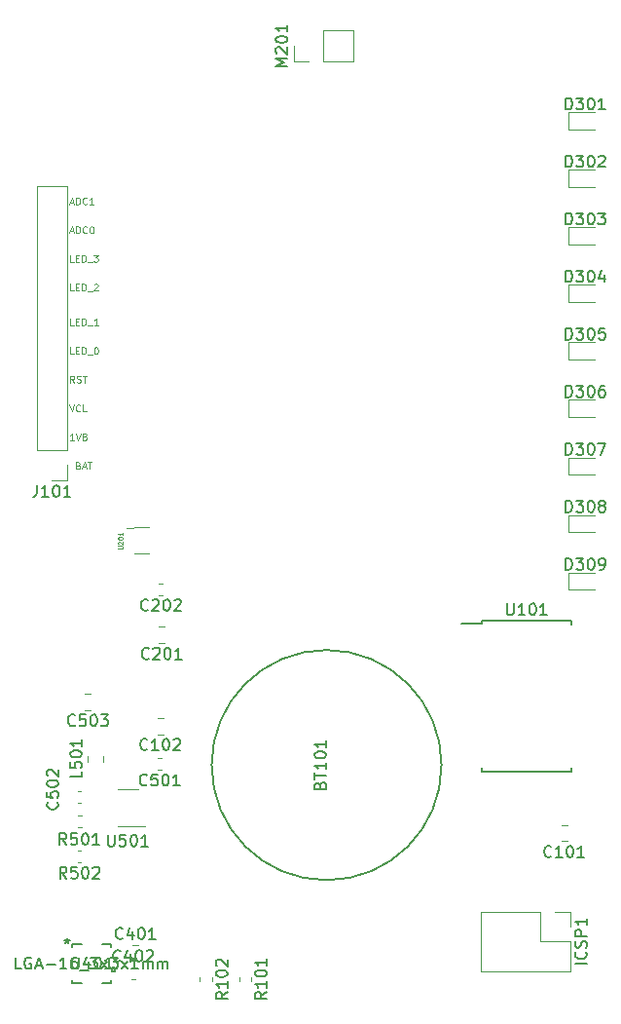
<source format=gbr>
G04 #@! TF.GenerationSoftware,KiCad,Pcbnew,(5.0.0-rc2-dev-668-g07e7340a9)*
G04 #@! TF.CreationDate,2018-10-23T00:23:44-04:00*
G04 #@! TF.ProjectId,BalancingBusinessCard,42616C616E63696E67427573696E6573,rev?*
G04 #@! TF.SameCoordinates,Original*
G04 #@! TF.FileFunction,Legend,Top*
G04 #@! TF.FilePolarity,Positive*
%FSLAX46Y46*%
G04 Gerber Fmt 4.6, Leading zero omitted, Abs format (unit mm)*
G04 Created by KiCad (PCBNEW (5.0.0-rc2-dev-668-g07e7340a9)) date 10/23/18 00:23:44*
%MOMM*%
%LPD*%
G01*
G04 APERTURE LIST*
%ADD10C,0.100000*%
%ADD11C,0.150000*%
%ADD12C,0.120000*%
%ADD13C,0.152400*%
%ADD14C,0.080000*%
G04 APERTURE END LIST*
D10*
X183179285Y-67100000D02*
X183465000Y-67100000D01*
X183122142Y-67271428D02*
X183322142Y-66671428D01*
X183522142Y-67271428D01*
X183722142Y-67271428D02*
X183722142Y-66671428D01*
X183865000Y-66671428D01*
X183950714Y-66700000D01*
X184007857Y-66757142D01*
X184036428Y-66814285D01*
X184065000Y-66928571D01*
X184065000Y-67014285D01*
X184036428Y-67128571D01*
X184007857Y-67185714D01*
X183950714Y-67242857D01*
X183865000Y-67271428D01*
X183722142Y-67271428D01*
X184665000Y-67214285D02*
X184636428Y-67242857D01*
X184550714Y-67271428D01*
X184493571Y-67271428D01*
X184407857Y-67242857D01*
X184350714Y-67185714D01*
X184322142Y-67128571D01*
X184293571Y-67014285D01*
X184293571Y-66928571D01*
X184322142Y-66814285D01*
X184350714Y-66757142D01*
X184407857Y-66700000D01*
X184493571Y-66671428D01*
X184550714Y-66671428D01*
X184636428Y-66700000D01*
X184665000Y-66728571D01*
X185236428Y-67271428D02*
X184893571Y-67271428D01*
X185065000Y-67271428D02*
X185065000Y-66671428D01*
X185007857Y-66757142D01*
X184950714Y-66814285D01*
X184893571Y-66842857D01*
X183179285Y-69600000D02*
X183465000Y-69600000D01*
X183122142Y-69771428D02*
X183322142Y-69171428D01*
X183522142Y-69771428D01*
X183722142Y-69771428D02*
X183722142Y-69171428D01*
X183865000Y-69171428D01*
X183950714Y-69200000D01*
X184007857Y-69257142D01*
X184036428Y-69314285D01*
X184065000Y-69428571D01*
X184065000Y-69514285D01*
X184036428Y-69628571D01*
X184007857Y-69685714D01*
X183950714Y-69742857D01*
X183865000Y-69771428D01*
X183722142Y-69771428D01*
X184665000Y-69714285D02*
X184636428Y-69742857D01*
X184550714Y-69771428D01*
X184493571Y-69771428D01*
X184407857Y-69742857D01*
X184350714Y-69685714D01*
X184322142Y-69628571D01*
X184293571Y-69514285D01*
X184293571Y-69428571D01*
X184322142Y-69314285D01*
X184350714Y-69257142D01*
X184407857Y-69200000D01*
X184493571Y-69171428D01*
X184550714Y-69171428D01*
X184636428Y-69200000D01*
X184665000Y-69228571D01*
X185036428Y-69171428D02*
X185093571Y-69171428D01*
X185150714Y-69200000D01*
X185179285Y-69228571D01*
X185207857Y-69285714D01*
X185236428Y-69400000D01*
X185236428Y-69542857D01*
X185207857Y-69657142D01*
X185179285Y-69714285D01*
X185150714Y-69742857D01*
X185093571Y-69771428D01*
X185036428Y-69771428D01*
X184979285Y-69742857D01*
X184950714Y-69714285D01*
X184922142Y-69657142D01*
X184893571Y-69542857D01*
X184893571Y-69400000D01*
X184922142Y-69285714D01*
X184950714Y-69228571D01*
X184979285Y-69200000D01*
X185036428Y-69171428D01*
X183493571Y-72271428D02*
X183207857Y-72271428D01*
X183207857Y-71671428D01*
X183693571Y-71957142D02*
X183893571Y-71957142D01*
X183979285Y-72271428D02*
X183693571Y-72271428D01*
X183693571Y-71671428D01*
X183979285Y-71671428D01*
X184236428Y-72271428D02*
X184236428Y-71671428D01*
X184379285Y-71671428D01*
X184465000Y-71700000D01*
X184522142Y-71757142D01*
X184550714Y-71814285D01*
X184579285Y-71928571D01*
X184579285Y-72014285D01*
X184550714Y-72128571D01*
X184522142Y-72185714D01*
X184465000Y-72242857D01*
X184379285Y-72271428D01*
X184236428Y-72271428D01*
X184693571Y-72328571D02*
X185150714Y-72328571D01*
X185236428Y-71671428D02*
X185607857Y-71671428D01*
X185407857Y-71900000D01*
X185493571Y-71900000D01*
X185550714Y-71928571D01*
X185579285Y-71957142D01*
X185607857Y-72014285D01*
X185607857Y-72157142D01*
X185579285Y-72214285D01*
X185550714Y-72242857D01*
X185493571Y-72271428D01*
X185322142Y-72271428D01*
X185265000Y-72242857D01*
X185236428Y-72214285D01*
X183493571Y-74771428D02*
X183207857Y-74771428D01*
X183207857Y-74171428D01*
X183693571Y-74457142D02*
X183893571Y-74457142D01*
X183979285Y-74771428D02*
X183693571Y-74771428D01*
X183693571Y-74171428D01*
X183979285Y-74171428D01*
X184236428Y-74771428D02*
X184236428Y-74171428D01*
X184379285Y-74171428D01*
X184465000Y-74200000D01*
X184522142Y-74257142D01*
X184550714Y-74314285D01*
X184579285Y-74428571D01*
X184579285Y-74514285D01*
X184550714Y-74628571D01*
X184522142Y-74685714D01*
X184465000Y-74742857D01*
X184379285Y-74771428D01*
X184236428Y-74771428D01*
X184693571Y-74828571D02*
X185150714Y-74828571D01*
X185265000Y-74228571D02*
X185293571Y-74200000D01*
X185350714Y-74171428D01*
X185493571Y-74171428D01*
X185550714Y-74200000D01*
X185579285Y-74228571D01*
X185607857Y-74285714D01*
X185607857Y-74342857D01*
X185579285Y-74428571D01*
X185236428Y-74771428D01*
X185607857Y-74771428D01*
X183493571Y-77771428D02*
X183207857Y-77771428D01*
X183207857Y-77171428D01*
X183693571Y-77457142D02*
X183893571Y-77457142D01*
X183979285Y-77771428D02*
X183693571Y-77771428D01*
X183693571Y-77171428D01*
X183979285Y-77171428D01*
X184236428Y-77771428D02*
X184236428Y-77171428D01*
X184379285Y-77171428D01*
X184465000Y-77200000D01*
X184522142Y-77257142D01*
X184550714Y-77314285D01*
X184579285Y-77428571D01*
X184579285Y-77514285D01*
X184550714Y-77628571D01*
X184522142Y-77685714D01*
X184465000Y-77742857D01*
X184379285Y-77771428D01*
X184236428Y-77771428D01*
X184693571Y-77828571D02*
X185150714Y-77828571D01*
X185607857Y-77771428D02*
X185265000Y-77771428D01*
X185436428Y-77771428D02*
X185436428Y-77171428D01*
X185379285Y-77257142D01*
X185322142Y-77314285D01*
X185265000Y-77342857D01*
X183493571Y-80271428D02*
X183207857Y-80271428D01*
X183207857Y-79671428D01*
X183693571Y-79957142D02*
X183893571Y-79957142D01*
X183979285Y-80271428D02*
X183693571Y-80271428D01*
X183693571Y-79671428D01*
X183979285Y-79671428D01*
X184236428Y-80271428D02*
X184236428Y-79671428D01*
X184379285Y-79671428D01*
X184465000Y-79700000D01*
X184522142Y-79757142D01*
X184550714Y-79814285D01*
X184579285Y-79928571D01*
X184579285Y-80014285D01*
X184550714Y-80128571D01*
X184522142Y-80185714D01*
X184465000Y-80242857D01*
X184379285Y-80271428D01*
X184236428Y-80271428D01*
X184693571Y-80328571D02*
X185150714Y-80328571D01*
X185407857Y-79671428D02*
X185465000Y-79671428D01*
X185522142Y-79700000D01*
X185550714Y-79728571D01*
X185579285Y-79785714D01*
X185607857Y-79900000D01*
X185607857Y-80042857D01*
X185579285Y-80157142D01*
X185550714Y-80214285D01*
X185522142Y-80242857D01*
X185465000Y-80271428D01*
X185407857Y-80271428D01*
X185350714Y-80242857D01*
X185322142Y-80214285D01*
X185293571Y-80157142D01*
X185265000Y-80042857D01*
X185265000Y-79900000D01*
X185293571Y-79785714D01*
X185322142Y-79728571D01*
X185350714Y-79700000D01*
X185407857Y-79671428D01*
X183550714Y-82771428D02*
X183350714Y-82485714D01*
X183207857Y-82771428D02*
X183207857Y-82171428D01*
X183436428Y-82171428D01*
X183493571Y-82200000D01*
X183522142Y-82228571D01*
X183550714Y-82285714D01*
X183550714Y-82371428D01*
X183522142Y-82428571D01*
X183493571Y-82457142D01*
X183436428Y-82485714D01*
X183207857Y-82485714D01*
X183779285Y-82742857D02*
X183865000Y-82771428D01*
X184007857Y-82771428D01*
X184065000Y-82742857D01*
X184093571Y-82714285D01*
X184122142Y-82657142D01*
X184122142Y-82600000D01*
X184093571Y-82542857D01*
X184065000Y-82514285D01*
X184007857Y-82485714D01*
X183893571Y-82457142D01*
X183836428Y-82428571D01*
X183807857Y-82400000D01*
X183779285Y-82342857D01*
X183779285Y-82285714D01*
X183807857Y-82228571D01*
X183836428Y-82200000D01*
X183893571Y-82171428D01*
X184036428Y-82171428D01*
X184122142Y-82200000D01*
X184293571Y-82171428D02*
X184636428Y-82171428D01*
X184465000Y-82771428D02*
X184465000Y-82171428D01*
X183122142Y-84671428D02*
X183322142Y-85271428D01*
X183522142Y-84671428D01*
X184065000Y-85214285D02*
X184036428Y-85242857D01*
X183950714Y-85271428D01*
X183893571Y-85271428D01*
X183807857Y-85242857D01*
X183750714Y-85185714D01*
X183722142Y-85128571D01*
X183693571Y-85014285D01*
X183693571Y-84928571D01*
X183722142Y-84814285D01*
X183750714Y-84757142D01*
X183807857Y-84700000D01*
X183893571Y-84671428D01*
X183950714Y-84671428D01*
X184036428Y-84700000D01*
X184065000Y-84728571D01*
X184607857Y-85271428D02*
X184322142Y-85271428D01*
X184322142Y-84671428D01*
X183522142Y-87771428D02*
X183179285Y-87771428D01*
X183350714Y-87771428D02*
X183350714Y-87171428D01*
X183293571Y-87257142D01*
X183236428Y-87314285D01*
X183179285Y-87342857D01*
X183693571Y-87171428D02*
X183893571Y-87771428D01*
X184093571Y-87171428D01*
X184379285Y-87428571D02*
X184322142Y-87400000D01*
X184293571Y-87371428D01*
X184265000Y-87314285D01*
X184265000Y-87285714D01*
X184293571Y-87228571D01*
X184322142Y-87200000D01*
X184379285Y-87171428D01*
X184493571Y-87171428D01*
X184550714Y-87200000D01*
X184579285Y-87228571D01*
X184607857Y-87285714D01*
X184607857Y-87314285D01*
X184579285Y-87371428D01*
X184550714Y-87400000D01*
X184493571Y-87428571D01*
X184379285Y-87428571D01*
X184322142Y-87457142D01*
X184293571Y-87485714D01*
X184265000Y-87542857D01*
X184265000Y-87657142D01*
X184293571Y-87714285D01*
X184322142Y-87742857D01*
X184379285Y-87771428D01*
X184493571Y-87771428D01*
X184550714Y-87742857D01*
X184579285Y-87714285D01*
X184607857Y-87657142D01*
X184607857Y-87542857D01*
X184579285Y-87485714D01*
X184550714Y-87457142D01*
X184493571Y-87428571D01*
X183907857Y-89957142D02*
X183993571Y-89985714D01*
X184022142Y-90014285D01*
X184050714Y-90071428D01*
X184050714Y-90157142D01*
X184022142Y-90214285D01*
X183993571Y-90242857D01*
X183936428Y-90271428D01*
X183707857Y-90271428D01*
X183707857Y-89671428D01*
X183907857Y-89671428D01*
X183965000Y-89700000D01*
X183993571Y-89728571D01*
X184022142Y-89785714D01*
X184022142Y-89842857D01*
X183993571Y-89900000D01*
X183965000Y-89928571D01*
X183907857Y-89957142D01*
X183707857Y-89957142D01*
X184279285Y-90100000D02*
X184565000Y-90100000D01*
X184222142Y-90271428D02*
X184422142Y-89671428D01*
X184622142Y-90271428D01*
X184736428Y-89671428D02*
X185079285Y-89671428D01*
X184907857Y-90271428D02*
X184907857Y-89671428D01*
D11*
X215500000Y-116000000D02*
G75*
G03X215500000Y-116000000I-10000000J0D01*
G01*
D12*
X226421078Y-121190000D02*
X225903922Y-121190000D01*
X226421078Y-122610000D02*
X225903922Y-122610000D01*
X191296078Y-111890000D02*
X190778922Y-111890000D01*
X191296078Y-113310000D02*
X190778922Y-113310000D01*
X191421078Y-103990000D02*
X190903922Y-103990000D01*
X191421078Y-105410000D02*
X190903922Y-105410000D01*
X191250279Y-100190000D02*
X190924721Y-100190000D01*
X191250279Y-101210000D02*
X190924721Y-101210000D01*
X188626423Y-133035001D02*
X189143579Y-133035001D01*
X188626423Y-131615001D02*
X189143579Y-131615001D01*
X188522222Y-134565001D02*
X188847780Y-134565001D01*
X188522222Y-133545001D02*
X188847780Y-133545001D01*
X191150279Y-115390000D02*
X190824721Y-115390000D01*
X191150279Y-116410000D02*
X190824721Y-116410000D01*
X183849721Y-121410000D02*
X184175279Y-121410000D01*
X183849721Y-120390000D02*
X184175279Y-120390000D01*
X184996078Y-109790000D02*
X184478922Y-109790000D01*
X184996078Y-111210000D02*
X184478922Y-111210000D01*
X226515000Y-60735000D02*
X228800000Y-60735000D01*
X226515000Y-59265000D02*
X226515000Y-60735000D01*
X228800000Y-59265000D02*
X226515000Y-59265000D01*
X226515000Y-65735000D02*
X228800000Y-65735000D01*
X226515000Y-64265000D02*
X226515000Y-65735000D01*
X228800000Y-64265000D02*
X226515000Y-64265000D01*
X226515000Y-70735000D02*
X228800000Y-70735000D01*
X226515000Y-69265000D02*
X226515000Y-70735000D01*
X228800000Y-69265000D02*
X226515000Y-69265000D01*
X226515000Y-75735000D02*
X228800000Y-75735000D01*
X226515000Y-74265000D02*
X226515000Y-75735000D01*
X228800000Y-74265000D02*
X226515000Y-74265000D01*
X226515000Y-80735000D02*
X228800000Y-80735000D01*
X226515000Y-79265000D02*
X226515000Y-80735000D01*
X228800000Y-79265000D02*
X226515000Y-79265000D01*
X226515000Y-85735000D02*
X228800000Y-85735000D01*
X226515000Y-84265000D02*
X226515000Y-85735000D01*
X228800000Y-84265000D02*
X226515000Y-84265000D01*
X226515000Y-90735000D02*
X228800000Y-90735000D01*
X226515000Y-89265000D02*
X226515000Y-90735000D01*
X228800000Y-89265000D02*
X226515000Y-89265000D01*
X226515000Y-95735000D02*
X228800000Y-95735000D01*
X226515000Y-94265000D02*
X226515000Y-95735000D01*
X228800000Y-94265000D02*
X226515000Y-94265000D01*
X226515000Y-100735000D02*
X228800000Y-100735000D01*
X226515000Y-99265000D02*
X226515000Y-100735000D01*
X228800000Y-99265000D02*
X226515000Y-99265000D01*
X226670000Y-128730000D02*
X226670000Y-130060000D01*
X225340000Y-128730000D02*
X226670000Y-128730000D01*
X226670000Y-131330000D02*
X226670000Y-133930000D01*
X224070000Y-131330000D02*
X226670000Y-131330000D01*
X224070000Y-128730000D02*
X224070000Y-131330000D01*
X226670000Y-133930000D02*
X218930000Y-133930000D01*
X224070000Y-128730000D02*
X218930000Y-128730000D01*
X218930000Y-128730000D02*
X218930000Y-133930000D01*
X182930000Y-65710000D02*
X180270000Y-65710000D01*
X182930000Y-88630000D02*
X182930000Y-65710000D01*
X180270000Y-88630000D02*
X180270000Y-65710000D01*
X182930000Y-88630000D02*
X180270000Y-88630000D01*
X182930000Y-89900000D02*
X182930000Y-91230000D01*
X182930000Y-91230000D02*
X181600000Y-91230000D01*
X186110000Y-115696078D02*
X186110000Y-115178922D01*
X184690000Y-115696078D02*
X184690000Y-115178922D01*
X202630000Y-54830000D02*
X202630000Y-53500000D01*
X203960000Y-54830000D02*
X202630000Y-54830000D01*
X205230000Y-54830000D02*
X205230000Y-52170000D01*
X205230000Y-52170000D02*
X207830000Y-52170000D01*
X205230000Y-54830000D02*
X207830000Y-54830000D01*
X207830000Y-54830000D02*
X207830000Y-52170000D01*
X197890000Y-134437221D02*
X197890000Y-134762779D01*
X198910000Y-134437221D02*
X198910000Y-134762779D01*
X194490000Y-134449721D02*
X194490000Y-134775279D01*
X195510000Y-134449721D02*
X195510000Y-134775279D01*
X183824721Y-124410000D02*
X184150279Y-124410000D01*
X183824721Y-123390000D02*
X184150279Y-123390000D01*
X184150279Y-118290000D02*
X183824721Y-118290000D01*
X184150279Y-119310000D02*
X183824721Y-119310000D01*
D11*
X219025000Y-103675000D02*
X217225000Y-103675000D01*
X219025000Y-116575000D02*
X226775000Y-116575000D01*
X219025000Y-103425000D02*
X226775000Y-103425000D01*
X219025000Y-116575000D02*
X219025000Y-116240000D01*
X226775000Y-116575000D02*
X226775000Y-116240000D01*
X226775000Y-103425000D02*
X226775000Y-103760000D01*
X219025000Y-103425000D02*
X219025000Y-103675000D01*
D10*
X190010000Y-97643000D02*
X188740000Y-97643000D01*
X188676500Y-95420500D02*
X188105000Y-95420500D01*
X188740000Y-95357000D02*
X188676500Y-95420500D01*
X190010000Y-95357000D02*
X188740000Y-95357000D01*
D13*
X186853001Y-133564500D02*
X187107001Y-133564500D01*
X186853001Y-133945500D02*
X186853001Y-133564500D01*
X187107001Y-133945500D02*
X186853001Y-133945500D01*
X187107001Y-133564500D02*
X187107001Y-133945500D01*
X184166749Y-131553201D02*
X183373201Y-131553201D01*
X186776801Y-131846748D02*
X186776801Y-131553201D01*
X185983253Y-134956801D02*
X186776801Y-134956801D01*
X183373201Y-134663254D02*
X183373201Y-134956801D01*
X183373201Y-131553201D02*
X183373201Y-131846748D01*
X186776801Y-131553201D02*
X185983253Y-131553201D01*
X186776801Y-134956801D02*
X186776801Y-134663254D01*
X183373201Y-134956801D02*
X184166749Y-134956801D01*
D12*
X187300000Y-121310000D02*
X189750000Y-121310000D01*
X189100000Y-118090000D02*
X187300000Y-118090000D01*
D11*
X204928571Y-117738095D02*
X204976190Y-117595238D01*
X205023809Y-117547619D01*
X205119047Y-117500000D01*
X205261904Y-117500000D01*
X205357142Y-117547619D01*
X205404761Y-117595238D01*
X205452380Y-117690476D01*
X205452380Y-118071428D01*
X204452380Y-118071428D01*
X204452380Y-117738095D01*
X204500000Y-117642857D01*
X204547619Y-117595238D01*
X204642857Y-117547619D01*
X204738095Y-117547619D01*
X204833333Y-117595238D01*
X204880952Y-117642857D01*
X204928571Y-117738095D01*
X204928571Y-118071428D01*
X204452380Y-117214285D02*
X204452380Y-116642857D01*
X205452380Y-116928571D02*
X204452380Y-116928571D01*
X205452380Y-115785714D02*
X205452380Y-116357142D01*
X205452380Y-116071428D02*
X204452380Y-116071428D01*
X204595238Y-116166666D01*
X204690476Y-116261904D01*
X204738095Y-116357142D01*
X204452380Y-115166666D02*
X204452380Y-115071428D01*
X204500000Y-114976190D01*
X204547619Y-114928571D01*
X204642857Y-114880952D01*
X204833333Y-114833333D01*
X205071428Y-114833333D01*
X205261904Y-114880952D01*
X205357142Y-114928571D01*
X205404761Y-114976190D01*
X205452380Y-115071428D01*
X205452380Y-115166666D01*
X205404761Y-115261904D01*
X205357142Y-115309523D01*
X205261904Y-115357142D01*
X205071428Y-115404761D01*
X204833333Y-115404761D01*
X204642857Y-115357142D01*
X204547619Y-115309523D01*
X204500000Y-115261904D01*
X204452380Y-115166666D01*
X205452380Y-113880952D02*
X205452380Y-114452380D01*
X205452380Y-114166666D02*
X204452380Y-114166666D01*
X204595238Y-114261904D01*
X204690476Y-114357142D01*
X204738095Y-114452380D01*
X225043452Y-123907142D02*
X224995833Y-123954761D01*
X224852976Y-124002380D01*
X224757738Y-124002380D01*
X224614880Y-123954761D01*
X224519642Y-123859523D01*
X224472023Y-123764285D01*
X224424404Y-123573809D01*
X224424404Y-123430952D01*
X224472023Y-123240476D01*
X224519642Y-123145238D01*
X224614880Y-123050000D01*
X224757738Y-123002380D01*
X224852976Y-123002380D01*
X224995833Y-123050000D01*
X225043452Y-123097619D01*
X225995833Y-124002380D02*
X225424404Y-124002380D01*
X225710119Y-124002380D02*
X225710119Y-123002380D01*
X225614880Y-123145238D01*
X225519642Y-123240476D01*
X225424404Y-123288095D01*
X226614880Y-123002380D02*
X226710119Y-123002380D01*
X226805357Y-123050000D01*
X226852976Y-123097619D01*
X226900595Y-123192857D01*
X226948214Y-123383333D01*
X226948214Y-123621428D01*
X226900595Y-123811904D01*
X226852976Y-123907142D01*
X226805357Y-123954761D01*
X226710119Y-124002380D01*
X226614880Y-124002380D01*
X226519642Y-123954761D01*
X226472023Y-123907142D01*
X226424404Y-123811904D01*
X226376785Y-123621428D01*
X226376785Y-123383333D01*
X226424404Y-123192857D01*
X226472023Y-123097619D01*
X226519642Y-123050000D01*
X226614880Y-123002380D01*
X227900595Y-124002380D02*
X227329166Y-124002380D01*
X227614880Y-124002380D02*
X227614880Y-123002380D01*
X227519642Y-123145238D01*
X227424404Y-123240476D01*
X227329166Y-123288095D01*
X189918452Y-114607142D02*
X189870833Y-114654761D01*
X189727976Y-114702380D01*
X189632738Y-114702380D01*
X189489880Y-114654761D01*
X189394642Y-114559523D01*
X189347023Y-114464285D01*
X189299404Y-114273809D01*
X189299404Y-114130952D01*
X189347023Y-113940476D01*
X189394642Y-113845238D01*
X189489880Y-113750000D01*
X189632738Y-113702380D01*
X189727976Y-113702380D01*
X189870833Y-113750000D01*
X189918452Y-113797619D01*
X190870833Y-114702380D02*
X190299404Y-114702380D01*
X190585119Y-114702380D02*
X190585119Y-113702380D01*
X190489880Y-113845238D01*
X190394642Y-113940476D01*
X190299404Y-113988095D01*
X191489880Y-113702380D02*
X191585119Y-113702380D01*
X191680357Y-113750000D01*
X191727976Y-113797619D01*
X191775595Y-113892857D01*
X191823214Y-114083333D01*
X191823214Y-114321428D01*
X191775595Y-114511904D01*
X191727976Y-114607142D01*
X191680357Y-114654761D01*
X191585119Y-114702380D01*
X191489880Y-114702380D01*
X191394642Y-114654761D01*
X191347023Y-114607142D01*
X191299404Y-114511904D01*
X191251785Y-114321428D01*
X191251785Y-114083333D01*
X191299404Y-113892857D01*
X191347023Y-113797619D01*
X191394642Y-113750000D01*
X191489880Y-113702380D01*
X192204166Y-113797619D02*
X192251785Y-113750000D01*
X192347023Y-113702380D01*
X192585119Y-113702380D01*
X192680357Y-113750000D01*
X192727976Y-113797619D01*
X192775595Y-113892857D01*
X192775595Y-113988095D01*
X192727976Y-114130952D01*
X192156547Y-114702380D01*
X192775595Y-114702380D01*
X190043452Y-106707142D02*
X189995833Y-106754761D01*
X189852976Y-106802380D01*
X189757738Y-106802380D01*
X189614880Y-106754761D01*
X189519642Y-106659523D01*
X189472023Y-106564285D01*
X189424404Y-106373809D01*
X189424404Y-106230952D01*
X189472023Y-106040476D01*
X189519642Y-105945238D01*
X189614880Y-105850000D01*
X189757738Y-105802380D01*
X189852976Y-105802380D01*
X189995833Y-105850000D01*
X190043452Y-105897619D01*
X190424404Y-105897619D02*
X190472023Y-105850000D01*
X190567261Y-105802380D01*
X190805357Y-105802380D01*
X190900595Y-105850000D01*
X190948214Y-105897619D01*
X190995833Y-105992857D01*
X190995833Y-106088095D01*
X190948214Y-106230952D01*
X190376785Y-106802380D01*
X190995833Y-106802380D01*
X191614880Y-105802380D02*
X191710119Y-105802380D01*
X191805357Y-105850000D01*
X191852976Y-105897619D01*
X191900595Y-105992857D01*
X191948214Y-106183333D01*
X191948214Y-106421428D01*
X191900595Y-106611904D01*
X191852976Y-106707142D01*
X191805357Y-106754761D01*
X191710119Y-106802380D01*
X191614880Y-106802380D01*
X191519642Y-106754761D01*
X191472023Y-106707142D01*
X191424404Y-106611904D01*
X191376785Y-106421428D01*
X191376785Y-106183333D01*
X191424404Y-105992857D01*
X191472023Y-105897619D01*
X191519642Y-105850000D01*
X191614880Y-105802380D01*
X192900595Y-106802380D02*
X192329166Y-106802380D01*
X192614880Y-106802380D02*
X192614880Y-105802380D01*
X192519642Y-105945238D01*
X192424404Y-106040476D01*
X192329166Y-106088095D01*
X189968452Y-102487142D02*
X189920833Y-102534761D01*
X189777976Y-102582380D01*
X189682738Y-102582380D01*
X189539880Y-102534761D01*
X189444642Y-102439523D01*
X189397023Y-102344285D01*
X189349404Y-102153809D01*
X189349404Y-102010952D01*
X189397023Y-101820476D01*
X189444642Y-101725238D01*
X189539880Y-101630000D01*
X189682738Y-101582380D01*
X189777976Y-101582380D01*
X189920833Y-101630000D01*
X189968452Y-101677619D01*
X190349404Y-101677619D02*
X190397023Y-101630000D01*
X190492261Y-101582380D01*
X190730357Y-101582380D01*
X190825595Y-101630000D01*
X190873214Y-101677619D01*
X190920833Y-101772857D01*
X190920833Y-101868095D01*
X190873214Y-102010952D01*
X190301785Y-102582380D01*
X190920833Y-102582380D01*
X191539880Y-101582380D02*
X191635119Y-101582380D01*
X191730357Y-101630000D01*
X191777976Y-101677619D01*
X191825595Y-101772857D01*
X191873214Y-101963333D01*
X191873214Y-102201428D01*
X191825595Y-102391904D01*
X191777976Y-102487142D01*
X191730357Y-102534761D01*
X191635119Y-102582380D01*
X191539880Y-102582380D01*
X191444642Y-102534761D01*
X191397023Y-102487142D01*
X191349404Y-102391904D01*
X191301785Y-102201428D01*
X191301785Y-101963333D01*
X191349404Y-101772857D01*
X191397023Y-101677619D01*
X191444642Y-101630000D01*
X191539880Y-101582380D01*
X192254166Y-101677619D02*
X192301785Y-101630000D01*
X192397023Y-101582380D01*
X192635119Y-101582380D01*
X192730357Y-101630000D01*
X192777976Y-101677619D01*
X192825595Y-101772857D01*
X192825595Y-101868095D01*
X192777976Y-102010952D01*
X192206547Y-102582380D01*
X192825595Y-102582380D01*
X187765953Y-131032143D02*
X187718334Y-131079762D01*
X187575477Y-131127381D01*
X187480239Y-131127381D01*
X187337381Y-131079762D01*
X187242143Y-130984524D01*
X187194524Y-130889286D01*
X187146905Y-130698810D01*
X187146905Y-130555953D01*
X187194524Y-130365477D01*
X187242143Y-130270239D01*
X187337381Y-130175001D01*
X187480239Y-130127381D01*
X187575477Y-130127381D01*
X187718334Y-130175001D01*
X187765953Y-130222620D01*
X188623096Y-130460715D02*
X188623096Y-131127381D01*
X188385001Y-130079762D02*
X188146905Y-130794048D01*
X188765953Y-130794048D01*
X189337381Y-130127381D02*
X189432620Y-130127381D01*
X189527858Y-130175001D01*
X189575477Y-130222620D01*
X189623096Y-130317858D01*
X189670715Y-130508334D01*
X189670715Y-130746429D01*
X189623096Y-130936905D01*
X189575477Y-131032143D01*
X189527858Y-131079762D01*
X189432620Y-131127381D01*
X189337381Y-131127381D01*
X189242143Y-131079762D01*
X189194524Y-131032143D01*
X189146905Y-130936905D01*
X189099286Y-130746429D01*
X189099286Y-130508334D01*
X189146905Y-130317858D01*
X189194524Y-130222620D01*
X189242143Y-130175001D01*
X189337381Y-130127381D01*
X190623096Y-131127381D02*
X190051667Y-131127381D01*
X190337381Y-131127381D02*
X190337381Y-130127381D01*
X190242143Y-130270239D01*
X190146905Y-130365477D01*
X190051667Y-130413096D01*
X187565953Y-132982143D02*
X187518334Y-133029762D01*
X187375477Y-133077381D01*
X187280239Y-133077381D01*
X187137381Y-133029762D01*
X187042143Y-132934524D01*
X186994524Y-132839286D01*
X186946905Y-132648810D01*
X186946905Y-132505953D01*
X186994524Y-132315477D01*
X187042143Y-132220239D01*
X187137381Y-132125001D01*
X187280239Y-132077381D01*
X187375477Y-132077381D01*
X187518334Y-132125001D01*
X187565953Y-132172620D01*
X188423096Y-132410715D02*
X188423096Y-133077381D01*
X188185001Y-132029762D02*
X187946905Y-132744048D01*
X188565953Y-132744048D01*
X189137381Y-132077381D02*
X189232620Y-132077381D01*
X189327858Y-132125001D01*
X189375477Y-132172620D01*
X189423096Y-132267858D01*
X189470715Y-132458334D01*
X189470715Y-132696429D01*
X189423096Y-132886905D01*
X189375477Y-132982143D01*
X189327858Y-133029762D01*
X189232620Y-133077381D01*
X189137381Y-133077381D01*
X189042143Y-133029762D01*
X188994524Y-132982143D01*
X188946905Y-132886905D01*
X188899286Y-132696429D01*
X188899286Y-132458334D01*
X188946905Y-132267858D01*
X188994524Y-132172620D01*
X189042143Y-132125001D01*
X189137381Y-132077381D01*
X189851667Y-132172620D02*
X189899286Y-132125001D01*
X189994524Y-132077381D01*
X190232620Y-132077381D01*
X190327858Y-132125001D01*
X190375477Y-132172620D01*
X190423096Y-132267858D01*
X190423096Y-132363096D01*
X190375477Y-132505953D01*
X189804048Y-133077381D01*
X190423096Y-133077381D01*
X189868452Y-117687142D02*
X189820833Y-117734761D01*
X189677976Y-117782380D01*
X189582738Y-117782380D01*
X189439880Y-117734761D01*
X189344642Y-117639523D01*
X189297023Y-117544285D01*
X189249404Y-117353809D01*
X189249404Y-117210952D01*
X189297023Y-117020476D01*
X189344642Y-116925238D01*
X189439880Y-116830000D01*
X189582738Y-116782380D01*
X189677976Y-116782380D01*
X189820833Y-116830000D01*
X189868452Y-116877619D01*
X190773214Y-116782380D02*
X190297023Y-116782380D01*
X190249404Y-117258571D01*
X190297023Y-117210952D01*
X190392261Y-117163333D01*
X190630357Y-117163333D01*
X190725595Y-117210952D01*
X190773214Y-117258571D01*
X190820833Y-117353809D01*
X190820833Y-117591904D01*
X190773214Y-117687142D01*
X190725595Y-117734761D01*
X190630357Y-117782380D01*
X190392261Y-117782380D01*
X190297023Y-117734761D01*
X190249404Y-117687142D01*
X191439880Y-116782380D02*
X191535119Y-116782380D01*
X191630357Y-116830000D01*
X191677976Y-116877619D01*
X191725595Y-116972857D01*
X191773214Y-117163333D01*
X191773214Y-117401428D01*
X191725595Y-117591904D01*
X191677976Y-117687142D01*
X191630357Y-117734761D01*
X191535119Y-117782380D01*
X191439880Y-117782380D01*
X191344642Y-117734761D01*
X191297023Y-117687142D01*
X191249404Y-117591904D01*
X191201785Y-117401428D01*
X191201785Y-117163333D01*
X191249404Y-116972857D01*
X191297023Y-116877619D01*
X191344642Y-116830000D01*
X191439880Y-116782380D01*
X192725595Y-117782380D02*
X192154166Y-117782380D01*
X192439880Y-117782380D02*
X192439880Y-116782380D01*
X192344642Y-116925238D01*
X192249404Y-117020476D01*
X192154166Y-117068095D01*
X182057142Y-119219047D02*
X182104761Y-119266666D01*
X182152380Y-119409523D01*
X182152380Y-119504761D01*
X182104761Y-119647619D01*
X182009523Y-119742857D01*
X181914285Y-119790476D01*
X181723809Y-119838095D01*
X181580952Y-119838095D01*
X181390476Y-119790476D01*
X181295238Y-119742857D01*
X181200000Y-119647619D01*
X181152380Y-119504761D01*
X181152380Y-119409523D01*
X181200000Y-119266666D01*
X181247619Y-119219047D01*
X181152380Y-118314285D02*
X181152380Y-118790476D01*
X181628571Y-118838095D01*
X181580952Y-118790476D01*
X181533333Y-118695238D01*
X181533333Y-118457142D01*
X181580952Y-118361904D01*
X181628571Y-118314285D01*
X181723809Y-118266666D01*
X181961904Y-118266666D01*
X182057142Y-118314285D01*
X182104761Y-118361904D01*
X182152380Y-118457142D01*
X182152380Y-118695238D01*
X182104761Y-118790476D01*
X182057142Y-118838095D01*
X181152380Y-117647619D02*
X181152380Y-117552380D01*
X181200000Y-117457142D01*
X181247619Y-117409523D01*
X181342857Y-117361904D01*
X181533333Y-117314285D01*
X181771428Y-117314285D01*
X181961904Y-117361904D01*
X182057142Y-117409523D01*
X182104761Y-117457142D01*
X182152380Y-117552380D01*
X182152380Y-117647619D01*
X182104761Y-117742857D01*
X182057142Y-117790476D01*
X181961904Y-117838095D01*
X181771428Y-117885714D01*
X181533333Y-117885714D01*
X181342857Y-117838095D01*
X181247619Y-117790476D01*
X181200000Y-117742857D01*
X181152380Y-117647619D01*
X181247619Y-116933333D02*
X181200000Y-116885714D01*
X181152380Y-116790476D01*
X181152380Y-116552380D01*
X181200000Y-116457142D01*
X181247619Y-116409523D01*
X181342857Y-116361904D01*
X181438095Y-116361904D01*
X181580952Y-116409523D01*
X182152380Y-116980952D01*
X182152380Y-116361904D01*
X183618452Y-112507142D02*
X183570833Y-112554761D01*
X183427976Y-112602380D01*
X183332738Y-112602380D01*
X183189880Y-112554761D01*
X183094642Y-112459523D01*
X183047023Y-112364285D01*
X182999404Y-112173809D01*
X182999404Y-112030952D01*
X183047023Y-111840476D01*
X183094642Y-111745238D01*
X183189880Y-111650000D01*
X183332738Y-111602380D01*
X183427976Y-111602380D01*
X183570833Y-111650000D01*
X183618452Y-111697619D01*
X184523214Y-111602380D02*
X184047023Y-111602380D01*
X183999404Y-112078571D01*
X184047023Y-112030952D01*
X184142261Y-111983333D01*
X184380357Y-111983333D01*
X184475595Y-112030952D01*
X184523214Y-112078571D01*
X184570833Y-112173809D01*
X184570833Y-112411904D01*
X184523214Y-112507142D01*
X184475595Y-112554761D01*
X184380357Y-112602380D01*
X184142261Y-112602380D01*
X184047023Y-112554761D01*
X183999404Y-112507142D01*
X185189880Y-111602380D02*
X185285119Y-111602380D01*
X185380357Y-111650000D01*
X185427976Y-111697619D01*
X185475595Y-111792857D01*
X185523214Y-111983333D01*
X185523214Y-112221428D01*
X185475595Y-112411904D01*
X185427976Y-112507142D01*
X185380357Y-112554761D01*
X185285119Y-112602380D01*
X185189880Y-112602380D01*
X185094642Y-112554761D01*
X185047023Y-112507142D01*
X184999404Y-112411904D01*
X184951785Y-112221428D01*
X184951785Y-111983333D01*
X184999404Y-111792857D01*
X185047023Y-111697619D01*
X185094642Y-111650000D01*
X185189880Y-111602380D01*
X185856547Y-111602380D02*
X186475595Y-111602380D01*
X186142261Y-111983333D01*
X186285119Y-111983333D01*
X186380357Y-112030952D01*
X186427976Y-112078571D01*
X186475595Y-112173809D01*
X186475595Y-112411904D01*
X186427976Y-112507142D01*
X186380357Y-112554761D01*
X186285119Y-112602380D01*
X185999404Y-112602380D01*
X185904166Y-112554761D01*
X185856547Y-112507142D01*
X226309523Y-59022380D02*
X226309523Y-58022380D01*
X226547619Y-58022380D01*
X226690476Y-58070000D01*
X226785714Y-58165238D01*
X226833333Y-58260476D01*
X226880952Y-58450952D01*
X226880952Y-58593809D01*
X226833333Y-58784285D01*
X226785714Y-58879523D01*
X226690476Y-58974761D01*
X226547619Y-59022380D01*
X226309523Y-59022380D01*
X227214285Y-58022380D02*
X227833333Y-58022380D01*
X227500000Y-58403333D01*
X227642857Y-58403333D01*
X227738095Y-58450952D01*
X227785714Y-58498571D01*
X227833333Y-58593809D01*
X227833333Y-58831904D01*
X227785714Y-58927142D01*
X227738095Y-58974761D01*
X227642857Y-59022380D01*
X227357142Y-59022380D01*
X227261904Y-58974761D01*
X227214285Y-58927142D01*
X228452380Y-58022380D02*
X228547619Y-58022380D01*
X228642857Y-58070000D01*
X228690476Y-58117619D01*
X228738095Y-58212857D01*
X228785714Y-58403333D01*
X228785714Y-58641428D01*
X228738095Y-58831904D01*
X228690476Y-58927142D01*
X228642857Y-58974761D01*
X228547619Y-59022380D01*
X228452380Y-59022380D01*
X228357142Y-58974761D01*
X228309523Y-58927142D01*
X228261904Y-58831904D01*
X228214285Y-58641428D01*
X228214285Y-58403333D01*
X228261904Y-58212857D01*
X228309523Y-58117619D01*
X228357142Y-58070000D01*
X228452380Y-58022380D01*
X229738095Y-59022380D02*
X229166666Y-59022380D01*
X229452380Y-59022380D02*
X229452380Y-58022380D01*
X229357142Y-58165238D01*
X229261904Y-58260476D01*
X229166666Y-58308095D01*
X226309523Y-64022380D02*
X226309523Y-63022380D01*
X226547619Y-63022380D01*
X226690476Y-63070000D01*
X226785714Y-63165238D01*
X226833333Y-63260476D01*
X226880952Y-63450952D01*
X226880952Y-63593809D01*
X226833333Y-63784285D01*
X226785714Y-63879523D01*
X226690476Y-63974761D01*
X226547619Y-64022380D01*
X226309523Y-64022380D01*
X227214285Y-63022380D02*
X227833333Y-63022380D01*
X227500000Y-63403333D01*
X227642857Y-63403333D01*
X227738095Y-63450952D01*
X227785714Y-63498571D01*
X227833333Y-63593809D01*
X227833333Y-63831904D01*
X227785714Y-63927142D01*
X227738095Y-63974761D01*
X227642857Y-64022380D01*
X227357142Y-64022380D01*
X227261904Y-63974761D01*
X227214285Y-63927142D01*
X228452380Y-63022380D02*
X228547619Y-63022380D01*
X228642857Y-63070000D01*
X228690476Y-63117619D01*
X228738095Y-63212857D01*
X228785714Y-63403333D01*
X228785714Y-63641428D01*
X228738095Y-63831904D01*
X228690476Y-63927142D01*
X228642857Y-63974761D01*
X228547619Y-64022380D01*
X228452380Y-64022380D01*
X228357142Y-63974761D01*
X228309523Y-63927142D01*
X228261904Y-63831904D01*
X228214285Y-63641428D01*
X228214285Y-63403333D01*
X228261904Y-63212857D01*
X228309523Y-63117619D01*
X228357142Y-63070000D01*
X228452380Y-63022380D01*
X229166666Y-63117619D02*
X229214285Y-63070000D01*
X229309523Y-63022380D01*
X229547619Y-63022380D01*
X229642857Y-63070000D01*
X229690476Y-63117619D01*
X229738095Y-63212857D01*
X229738095Y-63308095D01*
X229690476Y-63450952D01*
X229119047Y-64022380D01*
X229738095Y-64022380D01*
X226309523Y-69022380D02*
X226309523Y-68022380D01*
X226547619Y-68022380D01*
X226690476Y-68070000D01*
X226785714Y-68165238D01*
X226833333Y-68260476D01*
X226880952Y-68450952D01*
X226880952Y-68593809D01*
X226833333Y-68784285D01*
X226785714Y-68879523D01*
X226690476Y-68974761D01*
X226547619Y-69022380D01*
X226309523Y-69022380D01*
X227214285Y-68022380D02*
X227833333Y-68022380D01*
X227500000Y-68403333D01*
X227642857Y-68403333D01*
X227738095Y-68450952D01*
X227785714Y-68498571D01*
X227833333Y-68593809D01*
X227833333Y-68831904D01*
X227785714Y-68927142D01*
X227738095Y-68974761D01*
X227642857Y-69022380D01*
X227357142Y-69022380D01*
X227261904Y-68974761D01*
X227214285Y-68927142D01*
X228452380Y-68022380D02*
X228547619Y-68022380D01*
X228642857Y-68070000D01*
X228690476Y-68117619D01*
X228738095Y-68212857D01*
X228785714Y-68403333D01*
X228785714Y-68641428D01*
X228738095Y-68831904D01*
X228690476Y-68927142D01*
X228642857Y-68974761D01*
X228547619Y-69022380D01*
X228452380Y-69022380D01*
X228357142Y-68974761D01*
X228309523Y-68927142D01*
X228261904Y-68831904D01*
X228214285Y-68641428D01*
X228214285Y-68403333D01*
X228261904Y-68212857D01*
X228309523Y-68117619D01*
X228357142Y-68070000D01*
X228452380Y-68022380D01*
X229119047Y-68022380D02*
X229738095Y-68022380D01*
X229404761Y-68403333D01*
X229547619Y-68403333D01*
X229642857Y-68450952D01*
X229690476Y-68498571D01*
X229738095Y-68593809D01*
X229738095Y-68831904D01*
X229690476Y-68927142D01*
X229642857Y-68974761D01*
X229547619Y-69022380D01*
X229261904Y-69022380D01*
X229166666Y-68974761D01*
X229119047Y-68927142D01*
X226309523Y-74022380D02*
X226309523Y-73022380D01*
X226547619Y-73022380D01*
X226690476Y-73070000D01*
X226785714Y-73165238D01*
X226833333Y-73260476D01*
X226880952Y-73450952D01*
X226880952Y-73593809D01*
X226833333Y-73784285D01*
X226785714Y-73879523D01*
X226690476Y-73974761D01*
X226547619Y-74022380D01*
X226309523Y-74022380D01*
X227214285Y-73022380D02*
X227833333Y-73022380D01*
X227500000Y-73403333D01*
X227642857Y-73403333D01*
X227738095Y-73450952D01*
X227785714Y-73498571D01*
X227833333Y-73593809D01*
X227833333Y-73831904D01*
X227785714Y-73927142D01*
X227738095Y-73974761D01*
X227642857Y-74022380D01*
X227357142Y-74022380D01*
X227261904Y-73974761D01*
X227214285Y-73927142D01*
X228452380Y-73022380D02*
X228547619Y-73022380D01*
X228642857Y-73070000D01*
X228690476Y-73117619D01*
X228738095Y-73212857D01*
X228785714Y-73403333D01*
X228785714Y-73641428D01*
X228738095Y-73831904D01*
X228690476Y-73927142D01*
X228642857Y-73974761D01*
X228547619Y-74022380D01*
X228452380Y-74022380D01*
X228357142Y-73974761D01*
X228309523Y-73927142D01*
X228261904Y-73831904D01*
X228214285Y-73641428D01*
X228214285Y-73403333D01*
X228261904Y-73212857D01*
X228309523Y-73117619D01*
X228357142Y-73070000D01*
X228452380Y-73022380D01*
X229642857Y-73355714D02*
X229642857Y-74022380D01*
X229404761Y-72974761D02*
X229166666Y-73689047D01*
X229785714Y-73689047D01*
X226309523Y-79022380D02*
X226309523Y-78022380D01*
X226547619Y-78022380D01*
X226690476Y-78070000D01*
X226785714Y-78165238D01*
X226833333Y-78260476D01*
X226880952Y-78450952D01*
X226880952Y-78593809D01*
X226833333Y-78784285D01*
X226785714Y-78879523D01*
X226690476Y-78974761D01*
X226547619Y-79022380D01*
X226309523Y-79022380D01*
X227214285Y-78022380D02*
X227833333Y-78022380D01*
X227500000Y-78403333D01*
X227642857Y-78403333D01*
X227738095Y-78450952D01*
X227785714Y-78498571D01*
X227833333Y-78593809D01*
X227833333Y-78831904D01*
X227785714Y-78927142D01*
X227738095Y-78974761D01*
X227642857Y-79022380D01*
X227357142Y-79022380D01*
X227261904Y-78974761D01*
X227214285Y-78927142D01*
X228452380Y-78022380D02*
X228547619Y-78022380D01*
X228642857Y-78070000D01*
X228690476Y-78117619D01*
X228738095Y-78212857D01*
X228785714Y-78403333D01*
X228785714Y-78641428D01*
X228738095Y-78831904D01*
X228690476Y-78927142D01*
X228642857Y-78974761D01*
X228547619Y-79022380D01*
X228452380Y-79022380D01*
X228357142Y-78974761D01*
X228309523Y-78927142D01*
X228261904Y-78831904D01*
X228214285Y-78641428D01*
X228214285Y-78403333D01*
X228261904Y-78212857D01*
X228309523Y-78117619D01*
X228357142Y-78070000D01*
X228452380Y-78022380D01*
X229690476Y-78022380D02*
X229214285Y-78022380D01*
X229166666Y-78498571D01*
X229214285Y-78450952D01*
X229309523Y-78403333D01*
X229547619Y-78403333D01*
X229642857Y-78450952D01*
X229690476Y-78498571D01*
X229738095Y-78593809D01*
X229738095Y-78831904D01*
X229690476Y-78927142D01*
X229642857Y-78974761D01*
X229547619Y-79022380D01*
X229309523Y-79022380D01*
X229214285Y-78974761D01*
X229166666Y-78927142D01*
X226309523Y-84022380D02*
X226309523Y-83022380D01*
X226547619Y-83022380D01*
X226690476Y-83070000D01*
X226785714Y-83165238D01*
X226833333Y-83260476D01*
X226880952Y-83450952D01*
X226880952Y-83593809D01*
X226833333Y-83784285D01*
X226785714Y-83879523D01*
X226690476Y-83974761D01*
X226547619Y-84022380D01*
X226309523Y-84022380D01*
X227214285Y-83022380D02*
X227833333Y-83022380D01*
X227500000Y-83403333D01*
X227642857Y-83403333D01*
X227738095Y-83450952D01*
X227785714Y-83498571D01*
X227833333Y-83593809D01*
X227833333Y-83831904D01*
X227785714Y-83927142D01*
X227738095Y-83974761D01*
X227642857Y-84022380D01*
X227357142Y-84022380D01*
X227261904Y-83974761D01*
X227214285Y-83927142D01*
X228452380Y-83022380D02*
X228547619Y-83022380D01*
X228642857Y-83070000D01*
X228690476Y-83117619D01*
X228738095Y-83212857D01*
X228785714Y-83403333D01*
X228785714Y-83641428D01*
X228738095Y-83831904D01*
X228690476Y-83927142D01*
X228642857Y-83974761D01*
X228547619Y-84022380D01*
X228452380Y-84022380D01*
X228357142Y-83974761D01*
X228309523Y-83927142D01*
X228261904Y-83831904D01*
X228214285Y-83641428D01*
X228214285Y-83403333D01*
X228261904Y-83212857D01*
X228309523Y-83117619D01*
X228357142Y-83070000D01*
X228452380Y-83022380D01*
X229642857Y-83022380D02*
X229452380Y-83022380D01*
X229357142Y-83070000D01*
X229309523Y-83117619D01*
X229214285Y-83260476D01*
X229166666Y-83450952D01*
X229166666Y-83831904D01*
X229214285Y-83927142D01*
X229261904Y-83974761D01*
X229357142Y-84022380D01*
X229547619Y-84022380D01*
X229642857Y-83974761D01*
X229690476Y-83927142D01*
X229738095Y-83831904D01*
X229738095Y-83593809D01*
X229690476Y-83498571D01*
X229642857Y-83450952D01*
X229547619Y-83403333D01*
X229357142Y-83403333D01*
X229261904Y-83450952D01*
X229214285Y-83498571D01*
X229166666Y-83593809D01*
X226309523Y-89022380D02*
X226309523Y-88022380D01*
X226547619Y-88022380D01*
X226690476Y-88070000D01*
X226785714Y-88165238D01*
X226833333Y-88260476D01*
X226880952Y-88450952D01*
X226880952Y-88593809D01*
X226833333Y-88784285D01*
X226785714Y-88879523D01*
X226690476Y-88974761D01*
X226547619Y-89022380D01*
X226309523Y-89022380D01*
X227214285Y-88022380D02*
X227833333Y-88022380D01*
X227500000Y-88403333D01*
X227642857Y-88403333D01*
X227738095Y-88450952D01*
X227785714Y-88498571D01*
X227833333Y-88593809D01*
X227833333Y-88831904D01*
X227785714Y-88927142D01*
X227738095Y-88974761D01*
X227642857Y-89022380D01*
X227357142Y-89022380D01*
X227261904Y-88974761D01*
X227214285Y-88927142D01*
X228452380Y-88022380D02*
X228547619Y-88022380D01*
X228642857Y-88070000D01*
X228690476Y-88117619D01*
X228738095Y-88212857D01*
X228785714Y-88403333D01*
X228785714Y-88641428D01*
X228738095Y-88831904D01*
X228690476Y-88927142D01*
X228642857Y-88974761D01*
X228547619Y-89022380D01*
X228452380Y-89022380D01*
X228357142Y-88974761D01*
X228309523Y-88927142D01*
X228261904Y-88831904D01*
X228214285Y-88641428D01*
X228214285Y-88403333D01*
X228261904Y-88212857D01*
X228309523Y-88117619D01*
X228357142Y-88070000D01*
X228452380Y-88022380D01*
X229119047Y-88022380D02*
X229785714Y-88022380D01*
X229357142Y-89022380D01*
X226309523Y-94022380D02*
X226309523Y-93022380D01*
X226547619Y-93022380D01*
X226690476Y-93070000D01*
X226785714Y-93165238D01*
X226833333Y-93260476D01*
X226880952Y-93450952D01*
X226880952Y-93593809D01*
X226833333Y-93784285D01*
X226785714Y-93879523D01*
X226690476Y-93974761D01*
X226547619Y-94022380D01*
X226309523Y-94022380D01*
X227214285Y-93022380D02*
X227833333Y-93022380D01*
X227500000Y-93403333D01*
X227642857Y-93403333D01*
X227738095Y-93450952D01*
X227785714Y-93498571D01*
X227833333Y-93593809D01*
X227833333Y-93831904D01*
X227785714Y-93927142D01*
X227738095Y-93974761D01*
X227642857Y-94022380D01*
X227357142Y-94022380D01*
X227261904Y-93974761D01*
X227214285Y-93927142D01*
X228452380Y-93022380D02*
X228547619Y-93022380D01*
X228642857Y-93070000D01*
X228690476Y-93117619D01*
X228738095Y-93212857D01*
X228785714Y-93403333D01*
X228785714Y-93641428D01*
X228738095Y-93831904D01*
X228690476Y-93927142D01*
X228642857Y-93974761D01*
X228547619Y-94022380D01*
X228452380Y-94022380D01*
X228357142Y-93974761D01*
X228309523Y-93927142D01*
X228261904Y-93831904D01*
X228214285Y-93641428D01*
X228214285Y-93403333D01*
X228261904Y-93212857D01*
X228309523Y-93117619D01*
X228357142Y-93070000D01*
X228452380Y-93022380D01*
X229357142Y-93450952D02*
X229261904Y-93403333D01*
X229214285Y-93355714D01*
X229166666Y-93260476D01*
X229166666Y-93212857D01*
X229214285Y-93117619D01*
X229261904Y-93070000D01*
X229357142Y-93022380D01*
X229547619Y-93022380D01*
X229642857Y-93070000D01*
X229690476Y-93117619D01*
X229738095Y-93212857D01*
X229738095Y-93260476D01*
X229690476Y-93355714D01*
X229642857Y-93403333D01*
X229547619Y-93450952D01*
X229357142Y-93450952D01*
X229261904Y-93498571D01*
X229214285Y-93546190D01*
X229166666Y-93641428D01*
X229166666Y-93831904D01*
X229214285Y-93927142D01*
X229261904Y-93974761D01*
X229357142Y-94022380D01*
X229547619Y-94022380D01*
X229642857Y-93974761D01*
X229690476Y-93927142D01*
X229738095Y-93831904D01*
X229738095Y-93641428D01*
X229690476Y-93546190D01*
X229642857Y-93498571D01*
X229547619Y-93450952D01*
X226309523Y-99022380D02*
X226309523Y-98022380D01*
X226547619Y-98022380D01*
X226690476Y-98070000D01*
X226785714Y-98165238D01*
X226833333Y-98260476D01*
X226880952Y-98450952D01*
X226880952Y-98593809D01*
X226833333Y-98784285D01*
X226785714Y-98879523D01*
X226690476Y-98974761D01*
X226547619Y-99022380D01*
X226309523Y-99022380D01*
X227214285Y-98022380D02*
X227833333Y-98022380D01*
X227500000Y-98403333D01*
X227642857Y-98403333D01*
X227738095Y-98450952D01*
X227785714Y-98498571D01*
X227833333Y-98593809D01*
X227833333Y-98831904D01*
X227785714Y-98927142D01*
X227738095Y-98974761D01*
X227642857Y-99022380D01*
X227357142Y-99022380D01*
X227261904Y-98974761D01*
X227214285Y-98927142D01*
X228452380Y-98022380D02*
X228547619Y-98022380D01*
X228642857Y-98070000D01*
X228690476Y-98117619D01*
X228738095Y-98212857D01*
X228785714Y-98403333D01*
X228785714Y-98641428D01*
X228738095Y-98831904D01*
X228690476Y-98927142D01*
X228642857Y-98974761D01*
X228547619Y-99022380D01*
X228452380Y-99022380D01*
X228357142Y-98974761D01*
X228309523Y-98927142D01*
X228261904Y-98831904D01*
X228214285Y-98641428D01*
X228214285Y-98403333D01*
X228261904Y-98212857D01*
X228309523Y-98117619D01*
X228357142Y-98070000D01*
X228452380Y-98022380D01*
X229261904Y-99022380D02*
X229452380Y-99022380D01*
X229547619Y-98974761D01*
X229595238Y-98927142D01*
X229690476Y-98784285D01*
X229738095Y-98593809D01*
X229738095Y-98212857D01*
X229690476Y-98117619D01*
X229642857Y-98070000D01*
X229547619Y-98022380D01*
X229357142Y-98022380D01*
X229261904Y-98070000D01*
X229214285Y-98117619D01*
X229166666Y-98212857D01*
X229166666Y-98450952D01*
X229214285Y-98546190D01*
X229261904Y-98593809D01*
X229357142Y-98641428D01*
X229547619Y-98641428D01*
X229642857Y-98593809D01*
X229690476Y-98546190D01*
X229738095Y-98450952D01*
X228122380Y-133282380D02*
X227122380Y-133282380D01*
X228027142Y-132234761D02*
X228074761Y-132282380D01*
X228122380Y-132425238D01*
X228122380Y-132520476D01*
X228074761Y-132663333D01*
X227979523Y-132758571D01*
X227884285Y-132806190D01*
X227693809Y-132853809D01*
X227550952Y-132853809D01*
X227360476Y-132806190D01*
X227265238Y-132758571D01*
X227170000Y-132663333D01*
X227122380Y-132520476D01*
X227122380Y-132425238D01*
X227170000Y-132282380D01*
X227217619Y-132234761D01*
X228074761Y-131853809D02*
X228122380Y-131710952D01*
X228122380Y-131472857D01*
X228074761Y-131377619D01*
X228027142Y-131330000D01*
X227931904Y-131282380D01*
X227836666Y-131282380D01*
X227741428Y-131330000D01*
X227693809Y-131377619D01*
X227646190Y-131472857D01*
X227598571Y-131663333D01*
X227550952Y-131758571D01*
X227503333Y-131806190D01*
X227408095Y-131853809D01*
X227312857Y-131853809D01*
X227217619Y-131806190D01*
X227170000Y-131758571D01*
X227122380Y-131663333D01*
X227122380Y-131425238D01*
X227170000Y-131282380D01*
X228122380Y-130853809D02*
X227122380Y-130853809D01*
X227122380Y-130472857D01*
X227170000Y-130377619D01*
X227217619Y-130330000D01*
X227312857Y-130282380D01*
X227455714Y-130282380D01*
X227550952Y-130330000D01*
X227598571Y-130377619D01*
X227646190Y-130472857D01*
X227646190Y-130853809D01*
X228122380Y-129330000D02*
X228122380Y-129901428D01*
X228122380Y-129615714D02*
X227122380Y-129615714D01*
X227265238Y-129710952D01*
X227360476Y-129806190D01*
X227408095Y-129901428D01*
X180314285Y-91682380D02*
X180314285Y-92396666D01*
X180266666Y-92539523D01*
X180171428Y-92634761D01*
X180028571Y-92682380D01*
X179933333Y-92682380D01*
X181314285Y-92682380D02*
X180742857Y-92682380D01*
X181028571Y-92682380D02*
X181028571Y-91682380D01*
X180933333Y-91825238D01*
X180838095Y-91920476D01*
X180742857Y-91968095D01*
X181933333Y-91682380D02*
X182028571Y-91682380D01*
X182123809Y-91730000D01*
X182171428Y-91777619D01*
X182219047Y-91872857D01*
X182266666Y-92063333D01*
X182266666Y-92301428D01*
X182219047Y-92491904D01*
X182171428Y-92587142D01*
X182123809Y-92634761D01*
X182028571Y-92682380D01*
X181933333Y-92682380D01*
X181838095Y-92634761D01*
X181790476Y-92587142D01*
X181742857Y-92491904D01*
X181695238Y-92301428D01*
X181695238Y-92063333D01*
X181742857Y-91872857D01*
X181790476Y-91777619D01*
X181838095Y-91730000D01*
X181933333Y-91682380D01*
X183219047Y-92682380D02*
X182647619Y-92682380D01*
X182933333Y-92682380D02*
X182933333Y-91682380D01*
X182838095Y-91825238D01*
X182742857Y-91920476D01*
X182647619Y-91968095D01*
X184202380Y-116556547D02*
X184202380Y-117032738D01*
X183202380Y-117032738D01*
X183202380Y-115747023D02*
X183202380Y-116223214D01*
X183678571Y-116270833D01*
X183630952Y-116223214D01*
X183583333Y-116127976D01*
X183583333Y-115889880D01*
X183630952Y-115794642D01*
X183678571Y-115747023D01*
X183773809Y-115699404D01*
X184011904Y-115699404D01*
X184107142Y-115747023D01*
X184154761Y-115794642D01*
X184202380Y-115889880D01*
X184202380Y-116127976D01*
X184154761Y-116223214D01*
X184107142Y-116270833D01*
X183202380Y-115080357D02*
X183202380Y-114985119D01*
X183250000Y-114889880D01*
X183297619Y-114842261D01*
X183392857Y-114794642D01*
X183583333Y-114747023D01*
X183821428Y-114747023D01*
X184011904Y-114794642D01*
X184107142Y-114842261D01*
X184154761Y-114889880D01*
X184202380Y-114985119D01*
X184202380Y-115080357D01*
X184154761Y-115175595D01*
X184107142Y-115223214D01*
X184011904Y-115270833D01*
X183821428Y-115318452D01*
X183583333Y-115318452D01*
X183392857Y-115270833D01*
X183297619Y-115223214D01*
X183250000Y-115175595D01*
X183202380Y-115080357D01*
X184202380Y-113794642D02*
X184202380Y-114366071D01*
X184202380Y-114080357D02*
X183202380Y-114080357D01*
X183345238Y-114175595D01*
X183440476Y-114270833D01*
X183488095Y-114366071D01*
X202082380Y-55261904D02*
X201082380Y-55261904D01*
X201796666Y-54928571D01*
X201082380Y-54595238D01*
X202082380Y-54595238D01*
X201177619Y-54166666D02*
X201130000Y-54119047D01*
X201082380Y-54023809D01*
X201082380Y-53785714D01*
X201130000Y-53690476D01*
X201177619Y-53642857D01*
X201272857Y-53595238D01*
X201368095Y-53595238D01*
X201510952Y-53642857D01*
X202082380Y-54214285D01*
X202082380Y-53595238D01*
X201082380Y-52976190D02*
X201082380Y-52880952D01*
X201130000Y-52785714D01*
X201177619Y-52738095D01*
X201272857Y-52690476D01*
X201463333Y-52642857D01*
X201701428Y-52642857D01*
X201891904Y-52690476D01*
X201987142Y-52738095D01*
X202034761Y-52785714D01*
X202082380Y-52880952D01*
X202082380Y-52976190D01*
X202034761Y-53071428D01*
X201987142Y-53119047D01*
X201891904Y-53166666D01*
X201701428Y-53214285D01*
X201463333Y-53214285D01*
X201272857Y-53166666D01*
X201177619Y-53119047D01*
X201130000Y-53071428D01*
X201082380Y-52976190D01*
X202082380Y-51690476D02*
X202082380Y-52261904D01*
X202082380Y-51976190D02*
X201082380Y-51976190D01*
X201225238Y-52071428D01*
X201320476Y-52166666D01*
X201368095Y-52261904D01*
X200282380Y-135719047D02*
X199806190Y-136052380D01*
X200282380Y-136290476D02*
X199282380Y-136290476D01*
X199282380Y-135909523D01*
X199330000Y-135814285D01*
X199377619Y-135766666D01*
X199472857Y-135719047D01*
X199615714Y-135719047D01*
X199710952Y-135766666D01*
X199758571Y-135814285D01*
X199806190Y-135909523D01*
X199806190Y-136290476D01*
X200282380Y-134766666D02*
X200282380Y-135338095D01*
X200282380Y-135052380D02*
X199282380Y-135052380D01*
X199425238Y-135147619D01*
X199520476Y-135242857D01*
X199568095Y-135338095D01*
X199282380Y-134147619D02*
X199282380Y-134052380D01*
X199330000Y-133957142D01*
X199377619Y-133909523D01*
X199472857Y-133861904D01*
X199663333Y-133814285D01*
X199901428Y-133814285D01*
X200091904Y-133861904D01*
X200187142Y-133909523D01*
X200234761Y-133957142D01*
X200282380Y-134052380D01*
X200282380Y-134147619D01*
X200234761Y-134242857D01*
X200187142Y-134290476D01*
X200091904Y-134338095D01*
X199901428Y-134385714D01*
X199663333Y-134385714D01*
X199472857Y-134338095D01*
X199377619Y-134290476D01*
X199330000Y-134242857D01*
X199282380Y-134147619D01*
X200282380Y-132861904D02*
X200282380Y-133433333D01*
X200282380Y-133147619D02*
X199282380Y-133147619D01*
X199425238Y-133242857D01*
X199520476Y-133338095D01*
X199568095Y-133433333D01*
X196882380Y-135731547D02*
X196406190Y-136064880D01*
X196882380Y-136302976D02*
X195882380Y-136302976D01*
X195882380Y-135922023D01*
X195930000Y-135826785D01*
X195977619Y-135779166D01*
X196072857Y-135731547D01*
X196215714Y-135731547D01*
X196310952Y-135779166D01*
X196358571Y-135826785D01*
X196406190Y-135922023D01*
X196406190Y-136302976D01*
X196882380Y-134779166D02*
X196882380Y-135350595D01*
X196882380Y-135064880D02*
X195882380Y-135064880D01*
X196025238Y-135160119D01*
X196120476Y-135255357D01*
X196168095Y-135350595D01*
X195882380Y-134160119D02*
X195882380Y-134064880D01*
X195930000Y-133969642D01*
X195977619Y-133922023D01*
X196072857Y-133874404D01*
X196263333Y-133826785D01*
X196501428Y-133826785D01*
X196691904Y-133874404D01*
X196787142Y-133922023D01*
X196834761Y-133969642D01*
X196882380Y-134064880D01*
X196882380Y-134160119D01*
X196834761Y-134255357D01*
X196787142Y-134302976D01*
X196691904Y-134350595D01*
X196501428Y-134398214D01*
X196263333Y-134398214D01*
X196072857Y-134350595D01*
X195977619Y-134302976D01*
X195930000Y-134255357D01*
X195882380Y-134160119D01*
X195977619Y-133445833D02*
X195930000Y-133398214D01*
X195882380Y-133302976D01*
X195882380Y-133064880D01*
X195930000Y-132969642D01*
X195977619Y-132922023D01*
X196072857Y-132874404D01*
X196168095Y-132874404D01*
X196310952Y-132922023D01*
X196882380Y-133493452D01*
X196882380Y-132874404D01*
X182868452Y-122922380D02*
X182535119Y-122446190D01*
X182297023Y-122922380D02*
X182297023Y-121922380D01*
X182677976Y-121922380D01*
X182773214Y-121970000D01*
X182820833Y-122017619D01*
X182868452Y-122112857D01*
X182868452Y-122255714D01*
X182820833Y-122350952D01*
X182773214Y-122398571D01*
X182677976Y-122446190D01*
X182297023Y-122446190D01*
X183773214Y-121922380D02*
X183297023Y-121922380D01*
X183249404Y-122398571D01*
X183297023Y-122350952D01*
X183392261Y-122303333D01*
X183630357Y-122303333D01*
X183725595Y-122350952D01*
X183773214Y-122398571D01*
X183820833Y-122493809D01*
X183820833Y-122731904D01*
X183773214Y-122827142D01*
X183725595Y-122874761D01*
X183630357Y-122922380D01*
X183392261Y-122922380D01*
X183297023Y-122874761D01*
X183249404Y-122827142D01*
X184439880Y-121922380D02*
X184535119Y-121922380D01*
X184630357Y-121970000D01*
X184677976Y-122017619D01*
X184725595Y-122112857D01*
X184773214Y-122303333D01*
X184773214Y-122541428D01*
X184725595Y-122731904D01*
X184677976Y-122827142D01*
X184630357Y-122874761D01*
X184535119Y-122922380D01*
X184439880Y-122922380D01*
X184344642Y-122874761D01*
X184297023Y-122827142D01*
X184249404Y-122731904D01*
X184201785Y-122541428D01*
X184201785Y-122303333D01*
X184249404Y-122112857D01*
X184297023Y-122017619D01*
X184344642Y-121970000D01*
X184439880Y-121922380D01*
X185725595Y-122922380D02*
X185154166Y-122922380D01*
X185439880Y-122922380D02*
X185439880Y-121922380D01*
X185344642Y-122065238D01*
X185249404Y-122160476D01*
X185154166Y-122208095D01*
X182880952Y-125852380D02*
X182547619Y-125376190D01*
X182309523Y-125852380D02*
X182309523Y-124852380D01*
X182690476Y-124852380D01*
X182785714Y-124900000D01*
X182833333Y-124947619D01*
X182880952Y-125042857D01*
X182880952Y-125185714D01*
X182833333Y-125280952D01*
X182785714Y-125328571D01*
X182690476Y-125376190D01*
X182309523Y-125376190D01*
X183785714Y-124852380D02*
X183309523Y-124852380D01*
X183261904Y-125328571D01*
X183309523Y-125280952D01*
X183404761Y-125233333D01*
X183642857Y-125233333D01*
X183738095Y-125280952D01*
X183785714Y-125328571D01*
X183833333Y-125423809D01*
X183833333Y-125661904D01*
X183785714Y-125757142D01*
X183738095Y-125804761D01*
X183642857Y-125852380D01*
X183404761Y-125852380D01*
X183309523Y-125804761D01*
X183261904Y-125757142D01*
X184452380Y-124852380D02*
X184547619Y-124852380D01*
X184642857Y-124900000D01*
X184690476Y-124947619D01*
X184738095Y-125042857D01*
X184785714Y-125233333D01*
X184785714Y-125471428D01*
X184738095Y-125661904D01*
X184690476Y-125757142D01*
X184642857Y-125804761D01*
X184547619Y-125852380D01*
X184452380Y-125852380D01*
X184357142Y-125804761D01*
X184309523Y-125757142D01*
X184261904Y-125661904D01*
X184214285Y-125471428D01*
X184214285Y-125233333D01*
X184261904Y-125042857D01*
X184309523Y-124947619D01*
X184357142Y-124900000D01*
X184452380Y-124852380D01*
X185166666Y-124947619D02*
X185214285Y-124900000D01*
X185309523Y-124852380D01*
X185547619Y-124852380D01*
X185642857Y-124900000D01*
X185690476Y-124947619D01*
X185738095Y-125042857D01*
X185738095Y-125138095D01*
X185690476Y-125280952D01*
X185119047Y-125852380D01*
X185738095Y-125852380D01*
X221185714Y-101952380D02*
X221185714Y-102761904D01*
X221233333Y-102857142D01*
X221280952Y-102904761D01*
X221376190Y-102952380D01*
X221566666Y-102952380D01*
X221661904Y-102904761D01*
X221709523Y-102857142D01*
X221757142Y-102761904D01*
X221757142Y-101952380D01*
X222757142Y-102952380D02*
X222185714Y-102952380D01*
X222471428Y-102952380D02*
X222471428Y-101952380D01*
X222376190Y-102095238D01*
X222280952Y-102190476D01*
X222185714Y-102238095D01*
X223376190Y-101952380D02*
X223471428Y-101952380D01*
X223566666Y-102000000D01*
X223614285Y-102047619D01*
X223661904Y-102142857D01*
X223709523Y-102333333D01*
X223709523Y-102571428D01*
X223661904Y-102761904D01*
X223614285Y-102857142D01*
X223566666Y-102904761D01*
X223471428Y-102952380D01*
X223376190Y-102952380D01*
X223280952Y-102904761D01*
X223233333Y-102857142D01*
X223185714Y-102761904D01*
X223138095Y-102571428D01*
X223138095Y-102333333D01*
X223185714Y-102142857D01*
X223233333Y-102047619D01*
X223280952Y-102000000D01*
X223376190Y-101952380D01*
X224661904Y-102952380D02*
X224090476Y-102952380D01*
X224376190Y-102952380D02*
X224376190Y-101952380D01*
X224280952Y-102095238D01*
X224185714Y-102190476D01*
X224090476Y-102238095D01*
D14*
X187377952Y-97185714D02*
X187701761Y-97185714D01*
X187739857Y-97166666D01*
X187758904Y-97147619D01*
X187777952Y-97109523D01*
X187777952Y-97033333D01*
X187758904Y-96995238D01*
X187739857Y-96976190D01*
X187701761Y-96957142D01*
X187377952Y-96957142D01*
X187416047Y-96785714D02*
X187397000Y-96766666D01*
X187377952Y-96728571D01*
X187377952Y-96633333D01*
X187397000Y-96595238D01*
X187416047Y-96576190D01*
X187454142Y-96557142D01*
X187492238Y-96557142D01*
X187549380Y-96576190D01*
X187777952Y-96804761D01*
X187777952Y-96557142D01*
X187377952Y-96309523D02*
X187377952Y-96271428D01*
X187397000Y-96233333D01*
X187416047Y-96214285D01*
X187454142Y-96195238D01*
X187530333Y-96176190D01*
X187625571Y-96176190D01*
X187701761Y-96195238D01*
X187739857Y-96214285D01*
X187758904Y-96233333D01*
X187777952Y-96271428D01*
X187777952Y-96309523D01*
X187758904Y-96347619D01*
X187739857Y-96366666D01*
X187701761Y-96385714D01*
X187625571Y-96404761D01*
X187530333Y-96404761D01*
X187454142Y-96385714D01*
X187416047Y-96366666D01*
X187397000Y-96347619D01*
X187377952Y-96309523D01*
X187777952Y-95795238D02*
X187777952Y-96023809D01*
X187777952Y-95909523D02*
X187377952Y-95909523D01*
X187435095Y-95947619D01*
X187473190Y-95985714D01*
X187492238Y-96023809D01*
D11*
X183360715Y-132707381D02*
X183360715Y-133516905D01*
X183408334Y-133612143D01*
X183455953Y-133659762D01*
X183551191Y-133707381D01*
X183741667Y-133707381D01*
X183836905Y-133659762D01*
X183884524Y-133612143D01*
X183932143Y-133516905D01*
X183932143Y-132707381D01*
X184836905Y-133040715D02*
X184836905Y-133707381D01*
X184598810Y-132659762D02*
X184360715Y-133374048D01*
X184979762Y-133374048D01*
X185551191Y-132707381D02*
X185646429Y-132707381D01*
X185741667Y-132755001D01*
X185789286Y-132802620D01*
X185836905Y-132897858D01*
X185884524Y-133088334D01*
X185884524Y-133326429D01*
X185836905Y-133516905D01*
X185789286Y-133612143D01*
X185741667Y-133659762D01*
X185646429Y-133707381D01*
X185551191Y-133707381D01*
X185455953Y-133659762D01*
X185408334Y-133612143D01*
X185360715Y-133516905D01*
X185313096Y-133326429D01*
X185313096Y-133088334D01*
X185360715Y-132897858D01*
X185408334Y-132802620D01*
X185455953Y-132755001D01*
X185551191Y-132707381D01*
X186836905Y-133707381D02*
X186265477Y-133707381D01*
X186551191Y-133707381D02*
X186551191Y-132707381D01*
X186455953Y-132850239D01*
X186360715Y-132945477D01*
X186265477Y-132993096D01*
X178932143Y-133707381D02*
X178455953Y-133707381D01*
X178455953Y-132707381D01*
X179789286Y-132755001D02*
X179694048Y-132707381D01*
X179551191Y-132707381D01*
X179408334Y-132755001D01*
X179313096Y-132850239D01*
X179265477Y-132945477D01*
X179217858Y-133135953D01*
X179217858Y-133278810D01*
X179265477Y-133469286D01*
X179313096Y-133564524D01*
X179408334Y-133659762D01*
X179551191Y-133707381D01*
X179646429Y-133707381D01*
X179789286Y-133659762D01*
X179836905Y-133612143D01*
X179836905Y-133278810D01*
X179646429Y-133278810D01*
X180217858Y-133421667D02*
X180694048Y-133421667D01*
X180122620Y-133707381D02*
X180455953Y-132707381D01*
X180789286Y-133707381D01*
X181122620Y-133326429D02*
X181884524Y-133326429D01*
X182884524Y-133707381D02*
X182313096Y-133707381D01*
X182598810Y-133707381D02*
X182598810Y-132707381D01*
X182503572Y-132850239D01*
X182408334Y-132945477D01*
X182313096Y-132993096D01*
X183741667Y-132707381D02*
X183551191Y-132707381D01*
X183455953Y-132755001D01*
X183408334Y-132802620D01*
X183313096Y-132945477D01*
X183265477Y-133135953D01*
X183265477Y-133516905D01*
X183313096Y-133612143D01*
X183360715Y-133659762D01*
X183455953Y-133707381D01*
X183646429Y-133707381D01*
X183741667Y-133659762D01*
X183789286Y-133612143D01*
X183836905Y-133516905D01*
X183836905Y-133278810D01*
X183789286Y-133183572D01*
X183741667Y-133135953D01*
X183646429Y-133088334D01*
X183455953Y-133088334D01*
X183360715Y-133135953D01*
X183313096Y-133183572D01*
X183265477Y-133278810D01*
X184027381Y-133802620D02*
X184789286Y-133802620D01*
X184932143Y-132707381D02*
X185551191Y-132707381D01*
X185217858Y-133088334D01*
X185360715Y-133088334D01*
X185455953Y-133135953D01*
X185503572Y-133183572D01*
X185551191Y-133278810D01*
X185551191Y-133516905D01*
X185503572Y-133612143D01*
X185455953Y-133659762D01*
X185360715Y-133707381D01*
X185075001Y-133707381D01*
X184979762Y-133659762D01*
X184932143Y-133612143D01*
X185884524Y-133707381D02*
X186408334Y-133040715D01*
X185884524Y-133040715D02*
X186408334Y-133707381D01*
X186694048Y-132707381D02*
X187313096Y-132707381D01*
X186979762Y-133088334D01*
X187122620Y-133088334D01*
X187217858Y-133135953D01*
X187265477Y-133183572D01*
X187313096Y-133278810D01*
X187313096Y-133516905D01*
X187265477Y-133612143D01*
X187217858Y-133659762D01*
X187122620Y-133707381D01*
X186836905Y-133707381D01*
X186741667Y-133659762D01*
X186694048Y-133612143D01*
X187646429Y-133707381D02*
X188170239Y-133040715D01*
X187646429Y-133040715D02*
X188170239Y-133707381D01*
X189075001Y-133707381D02*
X188503572Y-133707381D01*
X188789286Y-133707381D02*
X188789286Y-132707381D01*
X188694048Y-132850239D01*
X188598810Y-132945477D01*
X188503572Y-132993096D01*
X189503572Y-133707381D02*
X189503572Y-133040715D01*
X189503572Y-133135953D02*
X189551191Y-133088334D01*
X189646429Y-133040715D01*
X189789286Y-133040715D01*
X189884524Y-133088334D01*
X189932143Y-133183572D01*
X189932143Y-133707381D01*
X189932143Y-133183572D02*
X189979762Y-133088334D01*
X190075001Y-133040715D01*
X190217858Y-133040715D01*
X190313096Y-133088334D01*
X190360715Y-133183572D01*
X190360715Y-133707381D01*
X190836905Y-133707381D02*
X190836905Y-133040715D01*
X190836905Y-133135953D02*
X190884524Y-133088334D01*
X190979762Y-133040715D01*
X191122620Y-133040715D01*
X191217858Y-133088334D01*
X191265477Y-133183572D01*
X191265477Y-133707381D01*
X191265477Y-133183572D02*
X191313096Y-133088334D01*
X191408334Y-133040715D01*
X191551191Y-133040715D01*
X191646429Y-133088334D01*
X191694048Y-133183572D01*
X191694048Y-133707381D01*
X182916001Y-131076381D02*
X182916001Y-131314477D01*
X182677905Y-131219239D02*
X182916001Y-131314477D01*
X183154096Y-131219239D01*
X182773143Y-131504953D02*
X182916001Y-131314477D01*
X183058858Y-131504953D01*
X186485714Y-122052380D02*
X186485714Y-122861904D01*
X186533333Y-122957142D01*
X186580952Y-123004761D01*
X186676190Y-123052380D01*
X186866666Y-123052380D01*
X186961904Y-123004761D01*
X187009523Y-122957142D01*
X187057142Y-122861904D01*
X187057142Y-122052380D01*
X188009523Y-122052380D02*
X187533333Y-122052380D01*
X187485714Y-122528571D01*
X187533333Y-122480952D01*
X187628571Y-122433333D01*
X187866666Y-122433333D01*
X187961904Y-122480952D01*
X188009523Y-122528571D01*
X188057142Y-122623809D01*
X188057142Y-122861904D01*
X188009523Y-122957142D01*
X187961904Y-123004761D01*
X187866666Y-123052380D01*
X187628571Y-123052380D01*
X187533333Y-123004761D01*
X187485714Y-122957142D01*
X188676190Y-122052380D02*
X188771428Y-122052380D01*
X188866666Y-122100000D01*
X188914285Y-122147619D01*
X188961904Y-122242857D01*
X189009523Y-122433333D01*
X189009523Y-122671428D01*
X188961904Y-122861904D01*
X188914285Y-122957142D01*
X188866666Y-123004761D01*
X188771428Y-123052380D01*
X188676190Y-123052380D01*
X188580952Y-123004761D01*
X188533333Y-122957142D01*
X188485714Y-122861904D01*
X188438095Y-122671428D01*
X188438095Y-122433333D01*
X188485714Y-122242857D01*
X188533333Y-122147619D01*
X188580952Y-122100000D01*
X188676190Y-122052380D01*
X189961904Y-123052380D02*
X189390476Y-123052380D01*
X189676190Y-123052380D02*
X189676190Y-122052380D01*
X189580952Y-122195238D01*
X189485714Y-122290476D01*
X189390476Y-122338095D01*
M02*

</source>
